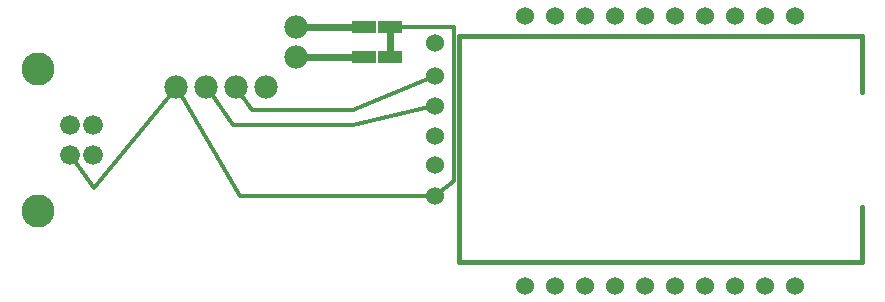
<source format=gtl>
G04 MADE WITH FRITZING*
G04 WWW.FRITZING.ORG*
G04 DOUBLE SIDED*
G04 HOLES PLATED*
G04 CONTOUR ON CENTER OF CONTOUR VECTOR*
%ASAXBY*%
%FSLAX23Y23*%
%MOIN*%
%OFA0B0*%
%SFA1.0B1.0*%
%ADD10C,0.060000*%
%ADD11C,0.033222*%
%ADD12C,0.066000*%
%ADD13C,0.110000*%
%ADD14C,0.078000*%
%ADD15R,0.078740X0.039370*%
%ADD16C,0.015436*%
%ADD17C,0.012000*%
%ADD18C,0.024000*%
%ADD19R,0.001000X0.001000*%
%LNCOPPER1*%
G90*
G70*
G54D10*
X2764Y67D03*
X2664Y67D03*
X2564Y67D03*
X2464Y67D03*
X2364Y67D03*
X2264Y67D03*
X2164Y67D03*
X2064Y67D03*
X1964Y67D03*
X1864Y67D03*
X2764Y966D03*
X2664Y966D03*
X2564Y967D03*
X2464Y967D03*
X2364Y966D03*
X2264Y966D03*
X2164Y966D03*
X2064Y966D03*
X1964Y966D03*
X1864Y966D03*
X1564Y367D03*
X1564Y567D03*
X1564Y667D03*
X1564Y767D03*
G54D11*
X1564Y469D03*
G54D10*
X1564Y469D03*
G54D11*
X1564Y876D03*
G54D10*
X1564Y876D03*
G54D12*
X424Y504D03*
X424Y603D03*
X346Y603D03*
X346Y504D03*
G54D13*
X239Y317D03*
X239Y791D03*
G54D12*
X424Y504D03*
X424Y603D03*
X346Y603D03*
X346Y504D03*
G54D13*
X239Y317D03*
X239Y791D03*
G54D14*
X1102Y929D03*
X1102Y829D03*
X1002Y729D03*
X902Y729D03*
X802Y729D03*
X702Y729D03*
G54D15*
X1414Y929D03*
X1414Y829D03*
X1327Y829D03*
X1327Y929D03*
G54D16*
X2986Y898D02*
X1643Y898D01*
D02*
X1643Y898D02*
X1643Y146D01*
D02*
X1643Y146D02*
X2986Y146D01*
D02*
X2986Y898D02*
X2986Y712D01*
D02*
X2986Y331D02*
X2986Y146D01*
G54D17*
D02*
X1290Y653D02*
X1546Y759D01*
D02*
X953Y653D02*
X1290Y653D01*
D02*
X915Y709D02*
X953Y653D01*
D02*
X1545Y662D02*
X1290Y603D01*
D02*
X890Y603D02*
X816Y709D01*
D02*
X1290Y603D02*
X890Y603D01*
G54D18*
D02*
X1293Y929D02*
X1132Y929D01*
G54D17*
D02*
X1627Y930D02*
X1448Y929D01*
D02*
X1579Y379D02*
X1627Y417D01*
D02*
X1627Y417D02*
X1627Y930D01*
G54D18*
D02*
X1293Y829D02*
X1132Y829D01*
D02*
X1414Y843D02*
X1414Y915D01*
G54D17*
D02*
X428Y392D02*
X360Y485D01*
D02*
X686Y710D02*
X428Y392D01*
D02*
X1544Y367D02*
X913Y366D01*
D02*
X913Y366D02*
X714Y708D01*
G54D19*
D02*
G04 End of Copper1*
M02*
</source>
